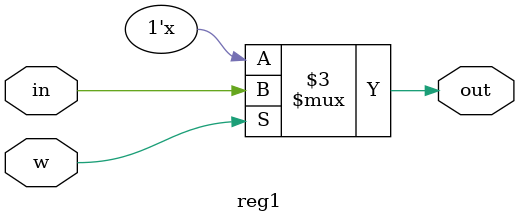
<source format=v>
module reg1(in,out,w);
    input in;
    input w;
    output reg out;
    initial out = 0;
    always@(*) 
        if (w) out <= in;
endmodule
</source>
